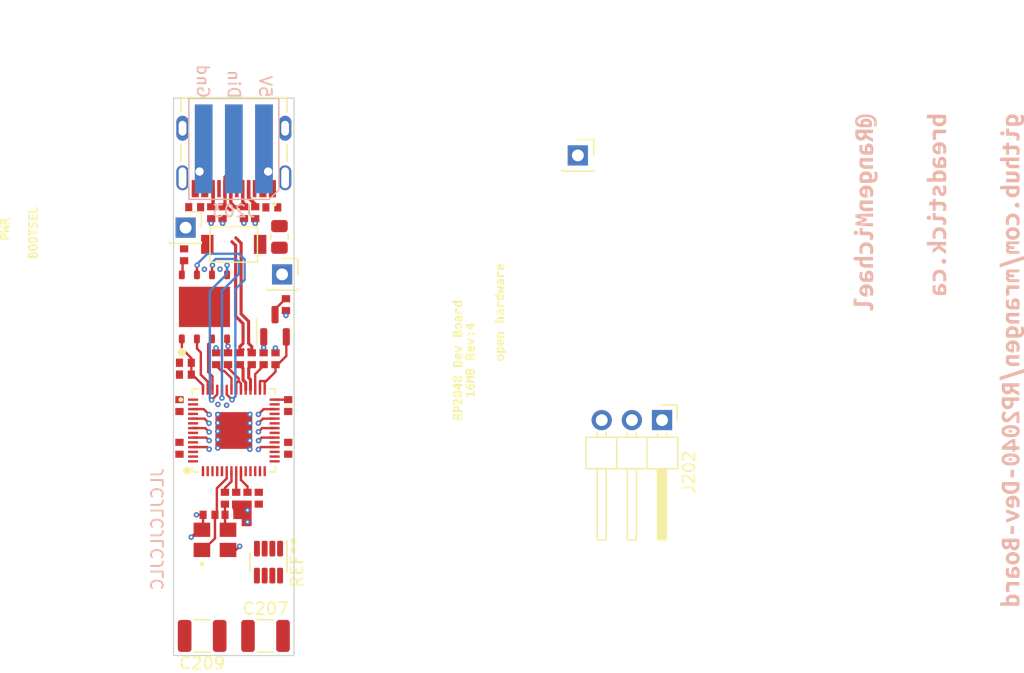
<source format=kicad_pcb>
(kicad_pcb (version 20211014) (generator pcbnew)
  (title_block (title "RP2040 Template") (date "2022-05-18") (rev "4") (company "J & R Creative Technologies Inc.") (comment 1 "@RangenMichael") (comment 2 "https://twitter.com/RangenMichael") (comment 3 "MIT License") (comment 4 "https://github.com/mrangen/RP2040-Dev-Board"))
  (layers (0 "F.Cu" signal) (1 "In1.Cu" power) (2 "In2.Cu" power) (31 "B.Cu" signal) (34 "B.Paste" user) (35 "F.Paste" user) (36 "B.SilkS" user "B.Silkscreen") (37 "F.SilkS" user "F.Silkscreen") (38 "B.Mask" user) (39 "F.Mask" user) (44 "Edge.Cuts" user))
  (net 0 "")
  (net 1 "GND")
  (net 2 "+1V1")
  (net 3 "Net-(C203-Pad1)")
  (net 4 "Net-(C206-Pad1)")
  (net 5 "/RP2040/MCU_USB_D-")
  (net 6 "/RP2040/MCU_USB_D+")
  (net 7 "/RP2040/CC1")
  (net 8 "/RP2040/USB_D+")
  (net 9 "/RP2040/USB_D-")
  (net 11 "/RP2040/CC2")
  (net 13 "Net-(J201-PadS1)")
  (net 14 "Net-(R201-Pad2)")
  (net 15 "Net-(R211-Pad1)")
  (net 16 "/RP2040/MCU_QSPI_CSN")
  (net 17 "GPIO1")
  (net 18 "GPIO2")
  (net 19 "GPIO3")
  (net 20 "GPIO4")
  (net 21 "GPIO5")
  (net 22 "GPIO6")
  (net 23 "GPIO7")
  (net 24 "GPIO8")
  (net 25 "GPIO9")
  (net 26 "GPIO10")
  (net 27 "GPIO11")
  (net 28 "GPIO12")
  (net 29 "GPIO13")
  (net 30 "GPIO14")
  (net 32 "SWCLK")
  (net 33 "SWD")
  (net 34 "GPIO16")
  (net 35 "GPIO17")
  (net 36 "GPIO18")
  (net 37 "GPIO19")
  (net 38 "GPIO20")
  (net 39 "GPIO21")
  (net 40 "GPIO22")
  (net 41 "GPIO23")
  (net 42 "GPIO24")
  (net 43 "GPIO25")
  (net 44 "GPIO26{slash}ADC0")
  (net 45 "GPIO27{slash}ADC1")
  (net 46 "GPIO28{slash}ADC2")
  (net 47 "GPIO29{slash}ADC3")
  (net 48 "/RP2040/MCU_QSPI_SD3")
  (net 49 "/RP2040/MCU_QSPI_SCLK")
  (net 50 "/RP2040/MCU_QSPI_SD0")
  (net 51 "/RP2040/MCU_QSPI_SD2")
  (net 52 "/RP2040/MCU_QSPI_SD1")
  (net 53 "3V3_LDO")
  (net 54 "GPIO0")
  (net 57 "VBUS")
  (net 58 "Net-(D205-Pad2)")
  (footprint "kibuzzard-628425F6" (layer "F.Cu") (at 165.72 48.86 90)
    (fp_text reference "kibuzzard-628425F6" hide)
    (fp_text value "G***" hide)
  )
  (footprint "Breadstick Footprints:Perfect_0402_Cap" (layer "F.Cu") (at 151.49 56.28 180)
    (fp_text reference "C213")
    (fp_text value "10uF")
    (pad "1" smd rect (at 0 0.5 180) (size 0.7 0.6) (layers "F.Cu" "F.Paste" "F.Mask") (net 53 "3V3_LDO"))
    (pad "2" smd rect (at 0 -0.5 180) (size 0.7 0.6) (layers "F.Cu" "F.Paste" "F.Mask") (net 1 "GND"))
  )
  (footprint "Breadstick Footprints:Perfect_0402_Cap" (layer "F.Cu") (at 142.33 56.28 180)
    (fp_text reference "C215")
    (fp_text value "10uF")
    (pad "1" smd rect (at 0 0.5 180) (size 0.7 0.6) (layers "F.Cu" "F.Paste" "F.Mask") (net 53 "3V3_LDO"))
    (pad "2" smd rect (at 0 -0.5 180) (size 0.7 0.6) (layers "F.Cu" "F.Paste" "F.Mask") (net 1 "GND"))
  )
  (footprint "Breadstick Footprints:Perfect_0402_Cap" (layer "F.Cu") (at 146.67 61.89 -90)
    (fp_text reference "C206")
    (fp_text value "30pF")
    (pad "1" smd rect (at 0 0.5 270) (size 0.7 0.6) (layers "F.Cu" "F.Paste" "F.Mask") (net 4 "Net-(C206-Pad1)"))
    (pad "2" smd rect (at 0 -0.5 270) (size 0.7 0.6) (layers "F.Cu" "F.Paste" "F.Mask") (net 1 "GND"))
  )
  (footprint "Breadstick Footprints:Perfect_0402_Cap" (layer "F.Cu") (at 150.42 48.73)
    (fp_text reference "C204")
    (fp_text value "10uF")
    (pad "1" smd rect (at 0 0.5) (size 0.7 0.6) (layers "F.Cu" "F.Paste" "F.Mask") (net 53 "3V3_LDO"))
    (pad "2" smd rect (at 0 -0.5) (size 0.7 0.6) (layers "F.Cu" "F.Paste" "F.Mask") (net 1 "GND"))
  )
  (footprint "kibuzzard-62842605" (layer "F.Cu") (at 166.81 48.86 90)
    (fp_text reference "kibuzzard-62842605" hide)
    (fp_text value "G***" hide)
  )
  (footprint "Breadstick Footprints:Perfect_0402_Cap" (layer "F.Cu") (at 147.11 60.49 180)
    (fp_text reference "C218")
    (fp_text value "10uF")
    (pad "1" smd rect (at 0 0.5 180) (size 0.7 0.6) (layers "F.Cu" "F.Paste" "F.Mask") (net 53 "3V3_LDO"))
    (pad "2" smd rect (at 0 -0.5 180) (size 0.7 0.6) (layers "F.Cu" "F.Paste" "F.Mask") (net 1 "GND"))
  )
  (footprint "kibuzzard-62842635" (layer "F.Cu") (at 127.61 37.77 90)
    (fp_text reference "kibuzzard-62842635" hide)
    (fp_text value "G***" hide)
  )
  (footprint "Breadstick Footprints:Perfect_0402_Cap" (layer "F.Cu") (at 144.82 61.89 90)
    (fp_text reference "C203")
    (fp_text value "30pF")
    (pad "1" smd rect (at 0 0.5 90) (size 0.7 0.6) (layers "F.Cu" "F.Paste" "F.Mask") (net 3 "Net-(C203-Pad1)"))
    (pad "2" smd rect (at 0 -0.5 90) (size 0.7 0.6) (layers "F.Cu" "F.Paste" "F.Mask") (net 1 "GND"))
  )
  (footprint "Connector_PinHeader_2.54mm:PinHeader_1x03_P2.54mm_Horizontal" (layer "F.Cu") (at 182.98 53.906 -90)
    (fp_text reference "J202" (at 4.385 -2.27 90) (layer "F.SilkS"))
    (fp_text value "Conn_01x03")
    (pad "1" thru_hole rect locked (at 0 0 270) (size 1.7 1.7) (drill 1) (layers *.Cu *.Mask) (net 33 "SWD"))
    (pad "2" thru_hole oval locked (at 0 2.54 270) (size 1.7 1.7) (drill 1) (layers *.Cu *.Mask) (net 1 "GND"))
    (pad "3" thru_hole oval locked (at 0 5.08 270) (size 1.7 1.7) (drill 1) (layers *.Cu *.Mask) (net 32 "SWCLK"))
  )
  (footprint "Breadstick Footprints:Perfect_0402_Cap" (layer "F.Cu") (at 145.42 48.73)
    (fp_text reference "C208")
    (fp_text value "10uF")
    (pad "1" smd rect (at 0 0.5) (size 0.7 0.6) (layers "F.Cu" "F.Paste" "F.Mask") (net 2 "+1V1"))
    (pad "2" smd rect (at 0 -0.5) (size 0.7 0.6) (layers "F.Cu" "F.Paste" "F.Mask") (net 1 "GND"))
  )
  (footprint "Breadstick Footprints:Perfect_0402_Cap" (layer "F.Cu") (at 149.42 48.73)
    (fp_text reference "C205")
    (fp_text value "10uF")
    (pad "1" smd rect (at 0 0.5) (size 0.7 0.6) (layers "F.Cu" "F.Paste" "F.Mask") (net 2 "+1V1"))
    (pad "2" smd rect (at 0 -0.5) (size 0.7 0.6) (layers "F.Cu" "F.Paste" "F.Mask") (net 1 "GND"))
  )
  (footprint "Package_TO_SOT_SMD:SOT-23" (layer "F.Cu") (at 150.38 45.95 90)
    (fp_text reference "U201" hide)
    (fp_text value "XC6206P332MR")
    (pad "1" smd roundrect (at -0.9375 -0.95 90) (size 1.475 0.6) (layers "F.Cu" "F.Paste" "F.Mask") (net 1 "GND"))
    (pad "2" smd roundrect (at -0.9375 0.95 90) (size 1.475 0.6) (layers "F.Cu" "F.Paste" "F.Mask") (net 53 "3V3_LDO"))
    (pad "3" smd roundrect (at 0.9375 0 90) (size 1.475 0.6) (layers "F.Cu" "F.Paste" "F.Mask") (net 57 "VBUS"))
  )
  (footprint "Breadstick Footprints:Perfect_0402_Cap" (layer "F.Cu") (at 149.01 60.49 180)
    (fp_text reference "C221")
    (fp_text value "10uF")
    (pad "1" smd rect (at 0 0.5 180) (size 0.7 0.6) (layers "F.Cu" "F.Paste" "F.Mask") (net 53 "3V3_LDO"))
    (pad "2" smd rect (at 0 -0.5 180) (size 0.7 0.6) (layers "F.Cu" "F.Paste" "F.Mask") (net 1 "GND"))
  )
  (footprint "Package_SON:WSON-8-1EP_6x5mm_P1.27mm_EP3.4x4.3mm" (layer "F.Cu") (at 144.435 44.36 90)
    (fp_text reference "U205" hide)
    (fp_text value "W25Q128JVPIQ")
    (pad "1" smd roundrect (at -2.7 -1.905 90) (size 0.75 0.5) (layers "F.Cu" "F.Paste" "F.Mask") (net 16 "/RP2040/MCU_QSPI_CSN"))
    (pad "2" smd roundrect (at -2.7 -0.635 90) (size 0.75 0.5) (layers "F.Cu" "F.Paste" "F.Mask") (net 52 "/RP2040/MCU_QSPI_SD1"))
    (pad "3" smd roundrect (at -2.7 0.635 90) (size 0.75 0.5) (layers "F.Cu" "F.Paste" "F.Mask") (net 51 "/RP2040/MCU_QSPI_SD2"))
    (pad "4" smd roundrect (at -2.7 1.905 90) (size 0.75 0.5) (layers "F.Cu" "F.Paste" "F.Mask") (net 1 "GND"))
    (pad "5" smd roundrect (at 2.7 1.905 90) (size 0.75 0.5) (layers "F.Cu" "F.Paste" "F.Mask") (net 50 "/RP2040/MCU_QSPI_SD0"))
    (pad "6" smd roundrect (at 2.7 0.635 90) (size 0.75 0.5) (layers "F.Cu" "F.Paste" "F.Mask") (net 49 "/RP2040/MCU_QSPI_SCLK"))
    (pad "7" smd roundrect (at 2.7 -0.635 90) (size 0.75 0.5) (layers "F.Cu" "F.Paste" "F.Mask") (net 48 "/RP2040/MCU_QSPI_SD3"))
    (pad "8" smd roundrect (at 2.7 -1.905 90) (size 0.75 0.5) (layers "F.Cu" "F.Paste" "F.Mask") (net 53 "3V3_LDO"))
    (pad "9" smd rect (at 0 0 90) (size 3.4 4.3) (layers "F.Cu" "F.Mask") (net 1 "GND"))
  )
  (footprint "TYPE-C-31-M-12:HRO_TYPE-C-31-M-12" (layer "F.Cu") (at 146.91 29.3 180)
    (fp_text reference "J201")
    (fp_text value "TYPE-C-31-M-12")
    (pad "" np_thru_hole circle (at 2.89 -3.65 180) (size 0.7 0.7) (drill 0.7) (layers *.Cu *.Mask))
    (pad "" np_thru_hole circle (at -2.89 -3.65 180) (size 0.7 0.7) (drill 0.7) (layers *.Cu *.Mask))
    (pad "A1B12" smd rect (at -3.25 -5.095 180) (size 0.6 1.45) (layers "F.Cu" "F.Paste" "F.Mask") (net 1 "GND"))
    (pad "A4B9" smd rect (at -2.45 -5.095 180) (size 0.6 1.45) (layers "F.Cu" "F.Paste" "F.Mask") (net 58 "Net-(D205-Pad2)"))
    (pad "A5" smd rect (at -1.25 -5.095 180) (size 0.3 1.45) (layers "F.Cu" "F.Paste" "F.Mask") (net 7 "/RP2040/CC1"))
    (pad "A6" smd rect (at -0.25 -5.095 180) (size 0.3 1.45) (layers "F.Cu" "F.Paste" "F.Mask") (net 8 "/RP2040/USB_D+"))
    (pad "A7" smd rect (at 0.25 -5.095 180) (size 0.3 1.45) (layers "F.Cu" "F.Paste" "F.Mask") (net 9 "/RP2040/USB_D-"))
    (pad "A8" smd rect (at 1.25 -5.095 180) (size 0.3 1.45) (layers "F.Cu" "F.Paste" "F.Mask"))
    (pad "B1A12" smd rect (at 3.25 -5.095 180) (size 0.6 1.45) (layers "F.Cu" "F.Paste" "F.Mask") (net 1 "GND"))
    (pad "B4A9" smd rect (at 2.45 -5.095 180) (size 0.6 1.45) (layers "F.Cu" "F.Paste" "F.Mask") (net 58 "Net-(D205-Pad2)"))
    (pad "B5" smd rect (at 1.75 -5.095 180) (size 0.3 1.45) (layers "F.Cu" "F.Paste" "F.Mask") (net 11 "/RP2040/CC2"))
    (pad "B6" smd rect (at 0.75 -5.095 180) (size 0.3 1.45) (layers "F.Cu" "F.Paste" "F.Mask") (net 8 "/RP2040/USB_D+"))
    (pad "B7" smd rect (at -0.75 -5.095 180) (size 0.3 1.45) (layers "F.Cu" "F.Paste" "F.Mask") (net 9 "/RP2040/USB_D-"))
    (pad "B8" smd rect (at -1.75 -5.095 180) (size 0.3 1.45) (layers "F.Cu" "F.Paste" "F.Mask"))
    (pad "S1" thru_hole oval (at -4.32 -4.18 180) (size 1.05 2.1) (drill oval 0.65 1.75) (layers *.Cu *.Mask) (net 13 "Net-(J201-PadS1)"))
    (pad "S2" thru_hole oval (at 4.32 -4.18 180) (size 1.05 2.1) (drill oval 0.65 1.75) (layers *.Cu *.Mask) (net 13 "Net-(J201-PadS1)"))
    (pad "S3" thru_hole oval (at -4.32 0 180) (size 1.05 2.1) (drill oval 0.65 1.25) (layers *.Cu *.Mask) (net 13 "Net-(J201-PadS1)"))
    (pad "S4" thru_hole oval (at 4.32 0 180) (size 1.05 2.1) (drill oval 0.65 1.25) (layers *.Cu *.Mask) (net 13 "Net-(J201-PadS1)"))
  )
  (footprint "Breadstick Footprints:Perfect_0402_Resistor" (layer "F.Cu") (at 143.61 35.96 -90)
    (fp_text reference "D205")
    (fp_text value "ESD_TVS")
    (pad "1" smd rect (at 0 0.5 270) (size 0.7 0.6) (layers "F.Cu" "F.Paste" "F.Mask") (net 1 "GND"))
    (pad "2" smd rect (at 0 -0.5 270) (size 0.7 0.6) (layers "F.Cu" "F.Paste" "F.Mask") (net 58 "Net-(D205-Pad2)"))
  )
  (footprint "RP2040:QFN40P700X700X90-57N" (layer "F.Cu") (at 146.91 54.78)
    (fp_text reference "U202")
    (fp_text value "RP2040")
    (pad "1" smd roundrect (at -3.435 -2.6) (size 0.84 0.2) (layers "F.Cu" "F.Paste" "F.Mask") (roundrect_rratio 0.03) (net 53 "3V3_LDO"))
    (pad "2" smd roundrect (at -3.435 -2.2) (size 0.84 0.2) (layers "F.Cu" "F.Paste" "F.Mask") (roundrect_rratio 0.03) (net 54 "GPIO0"))
    (pad "3" smd roundrect (at -3.435 -1.8) (size 0.84 0.2) (layers "F.Cu" "F.Paste" "F.Mask") (roundrect_rratio 0.03) (net 17 "GPIO1"))
    (pad "4" smd roundrect (at -3.435 -1.4) (size 0.84 0.2) (layers "F.Cu" "F.Paste" "F.Mask") (roundrect_rratio 0.03) (net 18 "GPIO2"))
    (pad "5" smd roundrect (at -3.435 -1) (size 0.84 0.2) (layers "F.Cu" "F.Paste" "F.Mask") (roundrect_rratio 0.03) (net 19 "GPIO3"))
    (pad "6" smd roundrect (at -3.435 -0.6) (size 0.84 0.2) (layers "F.Cu" "F.Paste" "F.Mask") (roundrect_rratio 0.03) (net 20 "GPIO4"))
    (pad "7" smd roundrect (at -3.435 -0.2) (size 0.84 0.2) (layers "F.Cu" "F.Paste" "F.Mask") (roundrect_rratio 0.03) (net 21 "GPIO5"))
    (pad "8" smd roundrect (at -3.435 0.2) (size 0.84 0.2) (layers "F.Cu" "F.Paste" "F.Mask") (roundrect_rratio 0.03) (net 22 "GPIO6"))
    (pad "9" smd roundrect (at -3.435 0.6) (size 0.84 0.2) (layers "F.Cu" "F.Paste" "F.Mask") (roundrect_rratio 0.03) (net 23 "GPIO7"))
    (pad "10" smd roundrect (at -3.435 1) (size 0.84 0.2) (layers "F.Cu" "F.Paste" "F.Mask") (roundrect_rratio 0.03) (net 53 "3V3_LDO"))
    (pad "11" smd roundrect (at -3.435 1.4) (size 0.84 0.2) (layers "F.Cu" "F.Paste" "F.Mask") (roundrect_rratio 0.03) (net 24 "GPIO8"))
    (pad "12" smd roundrect (at -3.435 1.8) (size 0.84 0.2) (layers "F.Cu" "F.Paste" "F.Mask") (roundrect_rratio 0.03) (net 25 "GPIO9"))
    (pad "13" smd roundrect (at -3.435 2.2) (size 0.84 0.2) (layers "F.Cu" "F.Paste" "F.Mask") (roundrect_rratio 0.03) (net 26 "GPIO10"))
    (pad "14" smd roundrect (at -3.435 2.6) (size 0.84 0.2) (layers "F.Cu" "F.Paste" "F.Mask") (roundrect_rratio 0.03) (net 27 "GPIO11"))
    (pad "15" smd roundrect (at -2.6 3.435) (size 0.2 0.84) (layers "F.Cu" "F.Paste" "F.Mask") (roundrect_rratio 0.1) (net 28 "GPIO12"))
    (pad "16" smd roundrect (at -2.2 3.435) (size 0.2 0.84) (layers "F.Cu" "F.Paste" "F.Mask") (roundrect_rratio 0.1) (net 29 "GPIO13"))
    (pad "17" smd roundrect (at -1.8 3.435) (size 0.2 0.84) (layers "F.Cu" "F.Paste" "F.Mask") (roundrect_rratio 0.1) (net 30 "GPIO14"))
    (pad "18" smd roundrect (at -1.4 3.435) (size 0.2 0.84) (layers "F.Cu" "F.Paste" "F.Mask") (roundrect_rratio 0.1))
    (pad "19" smd roundrect (at -1 3.435) (size 0.2 0.84) (layers "F.Cu" "F.Paste" "F.Mask") (roundrect_rratio 0.1) (net 1 "GND"))
    (pad "20" smd roundrect (at -0.6 3.435) (size 0.2 0.84) (layers "F.Cu" "F.Paste" "F.Mask") (roundrect_rratio 0.1) (net 3 "Net-(C203-Pad1)"))
    (pad "21" smd roundrect (at -0.2 3.435) (size 0.2 0.84) (layers "F.Cu" "F.Paste" "F.Mask") (roundrect_rratio 0.1) (net 14 "Net-(R201-Pad2)"))
    (pad "22" smd roundrect (at 0.2 3.435) (size 0.2 0.84) (layers "F.Cu" "F.Paste" "F.Mask") (roundrect_rratio 0.1) (net 53 "3V3_LDO"))
    (pad "23" smd roundrect (at 0.6 3.435) (size 0.2 0.84) (layers "F.Cu" "F.Paste" "F.Mask") (roundrect_rratio 0.1) (net 2 "+1V1"))
    (pad "24" smd roundrect (at 1 3.435) (size 0.2 0.84) (layers "F.Cu" "F.Paste" "F.Mask") (roundrect_rratio 0.1) (net 32 "SWCLK"))
    (pad "25" smd roundrect (at 1.4 3.435) (size 0.2 0.84) (layers "F.Cu" "F.Paste" "F.Mask") (roundrect_rratio 0.1) (net 33 "SWD"))
    (pad "26" smd roundrect (at 1.8 3.435) (size 0.2 0.84) (layers "F.Cu" "F.Paste" "F.Mask") (roundrect_rratio 0.1) (net 53 "3V3_LDO"))
    (pad "27" smd roundrect (at 2.2 3.435) (size 0.2 0.84) (layers "F.Cu" "F.Paste" "F.Mask") (roundrect_rratio 0.1) (net 34 "GPIO16"))
    (pad "28" smd roundrect (at 2.6 3.435) (size 0.2 0.84) (layers "F.Cu" "F.Paste" "F.Mask") (roundrect_rratio 0.1) (net 35 "GPIO17"))
    (pad "29" smd roundrect (at 3.435 2.6) (size 0.84 0.2) (layers "F.Cu" "F.Paste" "F.Mask") (roundrect_rratio 0.03) (net 36 "GPIO18"))
    (pad "30" smd roundrect (at 3.435 2.2) (size 0.84 0.2) (layers "F.Cu" "F.Paste" "F.Mask") (roundrect_rratio 0.03) (net 37 "GPIO19"))
    (pad "31" smd roundrect (at 3.435 1.8) (size 0.84 0.2) (layers "F.Cu" "F.Paste" "F.Mask") (roundrect_rratio 0.03) (net 38 "GPIO20"))
    (pad "32" smd roundrect (at 3.435 1.4) (size 0.84 0.2) (layers "F.Cu" "F.Paste" "F.Mask") (roundrect_rratio 0.03) (net 39 "GPIO21"))
    (pad "33" smd roundrect (at 3.435 1) (size 0.84 0.2) (layers "F.Cu" "F.Paste" "F.Mask") (roundrect_rratio 0.03) (net 53 "3V3_LDO"))
    (pad "34" smd roundrect (at 3.435 0.6) (size 0.84 0.2) (layers "F.Cu" "F.Paste" "F.Mask") (roundrect_rratio 0.03) (net 40 "GPIO22"))
    (pad "35" smd roundrect (at 3.435 0.2) (size 0.84 0.2) (layers "F.Cu" "F.Paste" "F.Mask") (roundrect_rratio 0.03) (net 41 "GPIO23"))
    (pad "36" smd roundrect (at 3.435 -0.2) (size 0.84 0.2) (layers "F.Cu" "F.Paste" "F.Mask") (roundrect_rratio 0.03) (net 42 "GPIO24"))
    (pad "37" smd roundrect (at 3.435 -0.6) (size 0.84 0.2) (layers "F.Cu" "F.Paste" "F.Mask") (roundrect_rratio 0.03) (net 43 "GPIO25"))
    (pad "38" smd roundrect (at 3.435 -1) (size 0.84 0.2) (layers "F.Cu" "F.Paste" "F.Mask") (roundrect_rratio 0.03) (net 44 "GPIO26{slash}ADC0"))
    (pad "39" smd roundrect (at 3.435 -1.4) (size 0.84 0.2) (layers "F.Cu" "F.Paste" "F.Mask") (roundrect_rratio 0.03) (net 45 "GPIO27{slash}ADC1"))
    (pad "40" smd roundrect (at 3.435 -1.8) (size 0.84 0.2) (layers "F.Cu" "F.Paste" "F.Mask") (roundrect_rratio 0.03) (net 46 "GPIO28{slash}ADC2"))
    (pad "41" smd roundrect (at 3.435 -2.2) (size 0.84 0.2) (layers "F.Cu" "F.Paste" "F.Mask") (roundrect_rratio 0.03) (net 47 "GPIO29{slash}ADC3"))
    (pad "42" smd roundrect (at 3.435 -2.6) (size 0.84 0.2) (layers "F.Cu" "F.Paste" "F.Mask") (roundrect_rratio 0.03) (net 53 "3V3_LDO"))
    (pad "43" smd roundrect (at 2.6 -3.435) (size 0.2 0.84) (layers "F.Cu" "F.Paste" "F.Mask") (roundrect_rratio 0.1) (net 53 "3V3_LDO"))
    (pad "44" smd roundrect (at 2.2 -3.435) (size 0.2 0.84) (layers "F.Cu" "F.Paste" "F.Mask") (roundrect_rratio 0.1) (net 53 "3V3_LDO"))
    (pad "45" smd roundrect (at 1.8 -3.435) (size 0.2 0.84) (layers "F.Cu" "F.Paste" "F.Mask") (roundrect_rratio 0.1) (net 2 "+1V1"))
    (pad "46" smd roundrect (at 1.4 -3.435) (size 0.2 0.84) (layers "F.Cu" "F.Paste" "F.Mask") (roundrect_rratio 0.1) (net 5 "/RP2040/MCU_USB_D-"))
    (pad "47" smd roundrect (at 1 -3.435) (size 0.2 0.84) (layers "F.Cu" "F.Paste" "F.Mask") (roundrect_rratio 0.1) (net 6 "/RP2040/MCU_USB_D+"))
    (pad "48" smd roundrect (at 0.6 -3.435) (size 0.2 0.84) (layers "F.Cu" "F.Paste" "F.Mask") (roundrect_rratio 0.1) (net 53 "3V3_LDO"))
    (pad "49" smd roundrect (at 0.2 -3.435) (size 0.2 0.84) (layers "F.Cu" "F.Paste" "F.Mask") (roundrect_rratio 0.1) (net 53 "3V3_LDO"))
    (pad "50" smd roundrect (at -0.2 -3.435) (size 0.2 0.84) (layers "F.Cu" "F.Paste" "F.Mask") (roundrect_rratio 0.1) (net 2 "+1V1"))
    (pad "51" smd roundrect (at -0.6 -3.435) (size 0.2 0.84) (layers "F.Cu" "F.Paste" "F.Mask") (roundrect_rratio 0.1) (net 48 "/RP2040/MCU_QSPI_SD3"))
    (pad "52" smd roundrect (at -1 -3.435) (size 0.2 0.84) (layers "F.Cu" "F.Paste" "F.Mask") (roundrect_rratio 0.1) (net 49 "/RP2040/MCU_QSPI_SCLK"))
    (pad "53" smd roundrect (at -1.4 -3.435) (size 0.2 0.84) (layers "F.Cu" "F.Paste" "F.Mask") (roundrect_rratio 0.1) (net 50 "/RP2040/MCU_QSPI_SD0"))
    (pad "54" smd roundrect (at -1.8 -3.435) (size 0.2 0.84) (layers "F.Cu" "F.Paste" "F.Mask") (roundrect_rratio 0.1) (net 51 "/RP2040/MCU_QSPI_SD2"))
    (pad "55" smd roundrect (at -2.2 -3.435) (size 0.2 0.84) (layers "F.Cu" "F.Paste" "F.Mask") (roundrect_rratio 0.1) (net 52 "/RP2040/MCU_QSPI_SD1"))
    (pad "56" smd roundrect (at -2.6 -3.435) (size 0.2 0.84) (layers "F.Cu" "F.Paste" "F.Mask") (roundrect_rratio 0.1) (net 16 "/RP2040/MCU_QSPI_CSN"))
    (pad "57" smd rect (at 0 0) (size 3.1 3.1) (layers "F.Cu" "F.Mask") (net 1 "GND"))
  )
  (footprint "Breadstick Footprints:Perfect_0402_Cap" (layer "F.Cu") (at 151.49 52.68 180)
    (fp_text reference "C216")
    (fp_text value "10uF")
    (pad "1" smd rect (at 0 0.5 180) (size 0.7 0.6) (layers "F.Cu" "F.Paste" "F.Mask") (net 53 "3V3_LDO"))
    (pad "2" smd rect (at 0 -0.5 180) (size 0.7 0.6) (layers "F.Cu" "F.Paste" "F.Mask") (net 1 "GND"))
  )
  (footprint "Connector_PinSocket_2.54mm:PinSocket_1x01_P2.54mm_Vertical" (layer "F.Cu") (at 142.846 37.682)
    (fp_text reference "J206" hide)
    (fp_text value "GND")
    (pad "1" thru_hole rect locked (at 0 0) (size 1.7 1.7) (drill 1) (layers *.Cu *.Mask) (net 1 "GND"))
  )
  (footprint "Capacitor_SMD:C_1210_3225Metric" (layer "F.Cu") (at 144.243 72.099 180)
    (fp_text reference "C209" (at 0 -2.3) (layer "F.SilkS"))
    (fp_text value "220uF")
    (pad "1" smd roundrect locked (at -1.475 0 180) (size 1.15 2.7) (layers "F.Cu" "F.Paste" "F.Mask") (roundrect_rratio 0.217391) (net 57 "VBUS"))
    (pad "2" smd roundrect locked (at 1.475 0 180) (size 1.15 2.7) (layers "F.Cu" "F.Paste" "F.Mask") (roundrect_rratio 0.217391) (net 1 "GND"))
  )
  (footprint "X322516MLB4SI:OSC_X322516MLB4SI" (layer "F.Cu") (at 145.32 64 90)
    (fp_text reference "Y201" hide)
    (fp_text value "Crystal_GND24")
    (pad "1" smd rect locked (at -0.85 -1.1 90) (size 1.2 1.4) (layers "F.Cu" "F.Paste" "F.Mask") (net 3 "Net-(C203-Pad1)"))
    (pad "2" smd rect locked (at -0.85 1.1 90) (size 1.2 1.4) (layers "F.Cu" "F.Paste" "F.Mask") (net 1 "GND"))
    (pad "3" smd rect locked (at 0.85 1.1 90) (size 1.2 1.4) (layers "F.Cu" "F.Paste" "F.Mask") (net 4 "Net-(C206-Pad1)"))
    (pad "4" smd rect locked (at 0.85 -1.1 90) (size 1.2 1.4) (layers "F.Cu" "F.Paste" "F.Mask") (net 1 "GND"))
  )
  (footprint "kibuzzard-62842613" (layer "F.Cu") (at 169.34 44.82 90)
    (fp_text reference "kibuzzard-62842613" hide)
    (fp_text value "G***" hide)
  )
  (footprint "Breadstick Footprints:Perfect_0402_Resistor" (layer "F.Cu") (at 148.71 36.42)
    (fp_text reference "R212")
    (fp_text value "5k1")
    (pad "1" smd rect (at 0 0.5) (size 0.7 0.6) (layers "F.Cu" "F.Paste" "F.Mask") (net 1 "GND"))
    (pad "2" smd rect (at 0 -0.5) (size 0.7 0.6) (layers "F.Cu" "F.Paste" "F.Mask") (net 7 "/RP2040/CC1"))
  )
  (footprint "Breadstick Footprints:Perfect_0402_Resistor" (layer "F.Cu") (at 142.83 50.07 90)
    (fp_text reference "R213")
    (fp_text value "10k")
    (pad "1" smd rect (at 0 0.5 90) (size 0.7 0.6) (layers "F.Cu" "F.Paste" "F.Mask") (net 16 "/RP2040/MCU_QSPI_CSN"))
    (pad "2" smd rect (at 0 -0.5 90) (size 0.7 0.6) (layers "F.Cu" "F.Paste" "F.Mask") (net 53 "3V3_LDO"))
  )
  (footprint "Breadstick Footprints:GT-TC029B-H025-L1N" (layer "F.Cu") (at 146.9 39.09 90)
    (fp_text reference "SW202")
    (fp_text value "~{USB_BOOT}")
    (pad "1" smd rect (at 0 2.225 90) (size 1.6 1.05) (layers "F.Cu" "F.Paste" "F.Mask") (net 1 "GND"))
    (pad "2" smd rect (at 0 -2.225 90) (size 1.6 1.05) (layers "F.Cu" "F.Paste" "F.Mask") (net 15 "Net-(R211-Pad1)"))
  )
  (footprint "Breadstick Footprints:Perfect_0402_Cap" (layer "F.Cu") (at 146.42 48.73)
    (fp_text reference "C219")
    (fp_text value "10uF")
    (pad "1" smd rect (at 0 0.5) (size 0.7 0.6) (layers "F.Cu" "F.Paste" "F.Mask") (net 53 "3V3_LDO"))
    (pad "2" smd rect (at 0 -0.5) (size 0.7 0.6) (layers "F.Cu" "F.Paste" "F.Mask") (net 1 "GND"))
  )
  (footprint "Breadstick Footprints:Perfect_0402_Resistor" (layer "F.Cu") (at 147.42 48.73)
    (fp_text reference "R204")
    (fp_text value "27")
    (pad "1" smd rect (at 0 0.5) (size 0.7 0.6) (layers "F.Cu" "F.Paste" "F.Mask") (net 6 "/RP2040/MCU_USB_D+"))
    (pad "2" smd rect (at 0 -0.5) (size 0.7 0.6) (layers "F.Cu" "F.Paste" "F.Mask") (net 8 "/RP2040/USB_D+"))
  )
  (footprint "Breadstick Footprints:Perfect_0402_Resistor" (layer "F.Cu") (at 145.005 36.42 180)
    (fp_text reference "R214")
    (fp_text value "5k1")
    (pad "1" smd rect (at 0 0.5 180) (size 0.7 0.6) (layers "F.Cu" "F.Paste" "F.Mask") (net 11 "/RP2040/CC2"))
    (pad "2" smd rect (at 0 -0.5 180) (size 0.7 0.6) (layers "F.Cu" "F.Paste" "F.Mask") (net 1 "GND"))
  )
  (footprint "Breadstick Footprints:Perfect_0402_Resistor" (layer "F.Cu") (at 142.83 49.07 -90)
    (fp_text reference "R211")
    (fp_text value "1k")
    (pad "1" smd rect (at 0 0.5 270) (size 0.7 0.6) (layers "F.Cu" "F.Paste" "F.Mask") (net 15 "Net-(R211-Pad1)"))
    (pad "2" smd rect (at 0 -0.5 270) (size 0.7 0.6) (layers "F.Cu" "F.Paste" "F.Mask") (net 16 "/RP2040/MCU_QSPI_CSN"))
  )
  (footprint "Connector_PinSocket_2.54mm:PinSocket_1x01_P2.54mm_Vertical" (layer "F.Cu") (at 150.974 41.619)
    (fp_text reference "J204" hide)
    (fp_text value "5V")
    (pad "1" thru_hole rect locked (at 0 0) (size 1.7 1.7) (drill 1) (layers *.Cu *.Mask) (net 57 "VBUS"))
  )
  (footprint "Breadstick Footprints:Perfect_0402_Cap" (layer "F.Cu") (at 151.3 44.17 180)
    (fp_text reference "C201")
    (fp_text value "10uF")
    (pad "1" smd rect (at 0 0.5 180) (size 0.7 0.6) (layers "F.Cu" "F.Paste" "F.Mask") (net 57 "VBUS"))
    (pad "2" smd rect (at 0 -0.5 180) (size 0.7 0.6) (layers "F.Cu" "F.Paste" "F.Mask") (net 1 "GND"))
  )
  (footprint "Breadstick Footprints:Perfect_0402_Cap" (layer "F.Cu") (at 142.33 52.68 180)
    (fp_text reference "C212")
    (fp_text value "10uF")
    (pad "1" smd rect (at 0 0.5 180) (size 0.7 0.6) (layers "F.Cu" "F.Paste" "F.Mask") (net 53 "3V3_LDO"))
    (pad "2" smd rect (at 0 -0.5 180) (size 0.7 0.6) (layers "F.Cu" "F.Paste" "F.Mask") (net 1 "GND"))
  )
  (footprint "Breadstick Footprints:Perfect_0402_Resistor" (layer "F.Cu") (at 147.76 36.42)
    (fp_text reference "D202")
    (fp_text value "ESD_TVS")
    (pad "1" smd rect (at 0 0.5) (size 0.7 0.6) (layers "F.Cu" "F.Paste" "F.Mask") (net 1 "GND"))
    (pad "2" smd rect (at 0 -0.5) (size 0.7 0.6) (layers "F.Cu" "F.Paste" "F.Mask") (net 9 "/RP2040/USB_D-"))
  )
  (footprint "Package_TO_SOT_SMD:SOT-23-8" (layer "F.Cu") (at 149.831 65.876 -90)
    (fp_text reference "REF**" (at 0 -2.4 90) (layer "F.SilkS"))
    (fp_text value "SOT-23-8")
    (pad "1" smd roundrect locked (at -1.1375 -0.975 270) (size 1.325 0.5) (layers "F.Cu" "F.Paste" "F.Mask"))
    (pad "2" smd roundrect locked (at -1.1375 -0.325 270) (size 1.325 0.5) (layers "F.Cu" "F.Paste" "F.Mask"))
    (pad "3" smd roundrect locked (at -1.1375 0.325 270) (size 1.325 0.5) (layers "F.Cu" "F.Paste" "F.Mask"))
    (pad "4" smd roundrect locked (at -1.1375 0.975 270) (size 1.325 0.5) (layers "F.Cu" "F.Paste" "F.Mask"))
    (pad "5" smd roundrect locked (at 1.1375 0.975 270) (size 1.325 0.5) (layers "F.Cu" "F.Paste" "F.Mask"))
    (pad "6" smd roundrect locked (at 1.1375 0.325 270) (size 1.325 0.5) (layers "F.Cu" "F.Paste" "F.Mask"))
    (pad "7" smd roundrect locked (at 1.1375 -0.325 270) (size 1.325 0.5) (layers "F.Cu" "F.Paste" "F.Mask"))
    (pad "8" smd roundrect locked (at 1.1375 -0.975 270) (size 1.325 0.5) (layers "F.Cu" "F.Paste" "F.Mask"))
  )
  (footprint "Breadstick Footprints:Perfect_0402_Resistor" (layer "F.Cu") (at 148.42 48.73)
    (fp_text reference "R203")
    (fp_text value "27")
    (pad "1" smd rect (at 0 0.5) (size 0.7 0.6) (layers "F.Cu" "F.Paste" "F.Mask") (net 5 "/RP2040/MCU_USB_D-"))
    (pad "2" smd rect (at 0 -0.5) (size 0.7 0.6) (layers "F.Cu" "F.Paste" "F.Mask") (net 9 "/RP2040/USB_D-"))
  )
  (footprint "Breadstick Footprints:Perfect_0402_Resistor" (layer "F.Cu") (at 146.16 60.49)
    (fp_text reference "R201")
    (fp_text value "1k")
    (pad "1" smd rect (at 0 0.5) (size 0.7 0.6) (layers "F.Cu" "F.Paste" "F.Mask") (net 4 "Net-(C206-Pad1)"))
    (pad "2" smd rect (at 0 -0.5) (size 0.7 0.6) (layers "F.Cu" "F.Paste" "F.Mask") (net 14 "Net-(R201-Pad2)"))
  )
  (footprint "Capacitor_SMD:C_1210_3225Metric" (layer "F.Cu") (at 149.577 72.099)
    (fp_text reference "C207" (at 0 -2.3) (layer "F.SilkS"))
    (fp_text value "220uF")
    (pad "1" smd roundrect locked (at -1.475 0) (size 1.15 2.7) (layers "F.Cu" "F.Paste" "F.Mask") (roundrect_rratio 0.217391) (net 57 "VBUS"))
    (pad "2" smd roundrect locked (at 1.475 0) (size 1.15 2.7) (layers "F.Cu" "F.Paste" "F.Mask") (roundrect_rratio 0.217391) (net 1 "GND"))
  )
  (footprint "Resistor_SMD:R_0805_2012Metric" (layer "F.Cu") (at 150.75 38.46 90)
    (fp_text reference "F201" hide)
    (fp_text value "1.5A, 3A Trip")
    (pad "1" smd roundrect locked (at -0.9125 0 90) (size 1.025 1.4) (layers "F.Cu" "F.Paste" "F.Mask") (roundrect_rratio 0.243902) (net 57 "VBUS"))
    (pad "2" smd roundrect locked (at 0.9125 0 90) (size 1.025 1.4) (layers "F.Cu" "F.Paste" "F.Mask") (roundrect_rratio 0.243902) (net 58 "Net-(D205-Pad2)"))
  )
  (footprint "kibuzzard-6284261D" (layer "F.Cu") (at 129.98 38.08 90)
    (fp_text reference "kibuzzard-6284261D" hide)
    (fp_text value "G***" hide)
  )
  (footprint "Connector_PinSocket_2.54mm:PinSocket_1x01_P2.54mm_Vertical" (layer "F.Cu") (at 175.89 31.59)
    (fp_text reference "J205" hide)
    (fp_text value "TO BE DECIDED")
    (pad "1" thru_hole rect locked (at 0 0) (size 1.7 1.7) (drill 1) (layers *.Cu *.Mask))
  )
  (footprint "Breadstick Footprints:Perfect_0402_Cap" (layer "F.Cu") (at 148.06 60.49 180)
    (fp_text reference "C202")
    (fp_text value "10uF")
    (pad "1" smd rect (at 0 0.5 180) (size 0.7 0.6) (layers "F.Cu" "F.Paste" "F.Mask") (net 2 "+1V1"))
    (pad "2" smd rect (at 0 -0.5 180) (size 0.7 0.6) (layers "F.Cu" "F.Paste" "F.Mask") (net 1 "GND"))
  )
  (footprint "Breadstick Footprints:Perfect_0402_Cap" (layer "F.Cu") (at 142.719 39.968)
    (fp_text reference "C222")
    (fp_text value "10uF")
    (pad "1" smd rect (at 0 0.5) (size 0.7 0.6) (layers "F.Cu" "F.Paste" "F.Mask") (net 53 "3V3_LDO"))
    (pad "2" smd rect (at 0 -0.5) (size 0.7 0.6) (layers "F.Cu" "F.Paste" "F.Mask") (net 1 "GND"))
  )
  (footprint "Breadstick Footprints:Perfect_0402_Resistor" (layer "F.Cu") (at 145.96 36.42)
    (fp_text reference "D201")
    (fp_text value "ESD_TVS")
    (pad "1" smd rect (at 0 0.5) (size 0.7 0.6) (layers "F.Cu" "F.Paste" "F.Mask") (net 1 "GND"))
    (pad "2" smd rect (at 0 -0.5) (size 0.7 0.6) (layers "F.Cu" "F.Paste" "F.Mask") (net 8 "/RP2040/USB_D+"))
  )
  (footprint "Breadstick Footprints:Perfect_0402_Resistor" (layer "F.Cu") (at 150.11 35.97 90)
    (fp_text reference "D203")
    (fp_text value "ESD_TVS")
    (pad "1" smd rect (at 0 0.5 90) (size 0.7 0.6) (layers "F.Cu" "F.Paste" "F.Mask") (net 1 "GND"))
    (pad "2" smd rect (at 0 -0.5 90) (size 0.7 0.6) (layers "F.Cu" "F.Paste" "F.Mask") (net 58 "Net-(D205-Pad2)"))
  )
  (footprint "kibuzzard-62659F2B" (layer "B.Cu") (at 200.123 36.412 -90)
    (fp_text reference "kibuzzard-62659F2B" hide)
    (fp_text value "G***" hide)
  )
  (footprint "kibuzzard-62659E4E" (layer "B.Cu") (at 212.453 48.842 -90)
    (fp_text reference "kibuzzard-62659E4E" hide)
    (fp_text value "G***" hide)
  )
  (footprint "kibuzzard-6265A538" (layer "B.Cu") (at 206.093 35.762 -90)
    (fp_text reference "kibuzzard-6265A538" hide)
    (fp_text value "G***" hide)
  )
  (footprint "Breadstick Footprints:NeopixelStrip" (layer "B.Cu") (at 146.91 31.04 180)
    (fp_text reference "J203" (at 0 -5.25) (layer "B.SilkS") (effects (justify mirror)))
    (fp_text value "NeopixelStrip")
    (fp_text user "5V" (at -2.65 5.25 270 unlocked) (layer "B.SilkS") (effects (justify mirror)))
    (fp_text user "Gnd" (at 2.6 5.7 270 unlocked) (layer "B.SilkS") (effects (justify mirror)))
    (fp_text user "Din" (at 0 5.45 270 unlocked) (layer "B.SilkS") (effects (justify mirror)))
    (pad "1" smd rect (at -2.54 0 180) (size 1.5 7.5) (layers "B.Cu" "B.Paste" "B.Mask") (net 57 "VBUS"))
    (pad "2" smd rect (at 0 0 180) (size 1.5 7.5) (layers "B.Cu" "B.Paste" "B.Mask"))
    (pad "3" smd rect (at 2.54 0 180) (size 1.5 7.5) (layers "B.Cu" "B.Paste" "B.Mask") (net 1 "GND"))
  )
  (gr_circle (center 142.97 58.18) (end 143.22 58.18) (layer "F.SilkS") (width 0.15) (fill solid))
  (gr_line (start 141.83 26.76) (end 141.83 73.75) (layer "Edge.Cuts") (width 0.1))
  (gr_line (start 151.981 73.75) (end 151.980974 26.76) (layer "Edge.Cuts") (width 0.1))
  (gr_line (start 151.980974 26.76) (end 141.83 26.76) (layer "Edge.Cuts") (width 0.1))
  (gr_line (start 141.83 73.75) (end 151.981 73.75) (layer "Edge.Cuts") (width 0.1))
  (gr_text "JLCJLCJLCJLC" (at 140.47 63.1 90) (layer "B.SilkS") (effects (font (size 1 1)) (justify mirror)))
  (segment (start 146.42 47.57) (end 146.34 47.49) (width 0.2) (layer "F.Cu") (net 1))
  (segment (start 146.34 47.49) (end 146.34 47.06) (width 0.2) (layer "F.Cu") (net 1))
  (segment (start 145.005 37.315) (end 145 37.32) (width 0.2) (layer "F.Cu") (net 1))
  (segment (start 148.06 60.99) (end 148.06 61.5) (width 0.2) (layer "F.Cu") (net 1))
  (segment (start 143.94 63.15) (end 143.32 63.77) (width 0.2) (layer "F.Cu") (net 1))
  (segment (start 144.32 61.89) (end 143.76 61.89) (width 0.2) (layer "F.Cu") (net 1))
  (segment (start 145.005 36.92) (end 145.005 37.315) (width 0.2) (layer "F.Cu") (net 1))
  (segment (start 143.66 34.7) (end 143.66 34.395) (width 0.5) (layer "F.Cu") (net 1))
  (segment (start 146.42 48.23) (end 146.42 47.68) (width 0.2) (layer "F.Cu") (net 1))
  (segment (start 149.42 48.23) (end 149.42 47.79) (width 0.2) (layer "F.Cu") (net 1))
  (segment (start 144.22 63.15) (end 143.7 63.15) (width 0.2) (layer "F.Cu") (net 1))
  (segment (start 151.3 44.67) (end 151.3 45.08) (width 0.2) (layer "F.Cu") (net 1))
  (segment (start 145.42 47.84) (end 145.41 47.83) (width 0.2) (layer "F.Cu") (net 1))
  (segment (start 150.42 47.84) (end 150.41 47.83) (width 0.2) (layer "F.Cu") (net 1))
  (segment (start 148.06 62.49) (end 147.46 61.89) (width 0.2) (layer "F.Cu") (net 1))
  (segment (start 149.42 46.8975) (end 149.43 46.8875) (width 0.2) (layer "F.Cu") (net 1))
  (segment (start 144.22 63.15) (end 144.32 63.05) (width 0.2) (layer "F.Cu") (net 1))
  (segment (start 150.42 48.23) (end 150.42 47.84) (width 0.2) (layer "F.Cu") (net 1))
  (segment (start 147.76 36.92) (end 147.76 37.31) (width 0.2) (layer "F.Cu") (net 1))
  (segment (start 146.42 64.85) (end 147.09 64.85) (width 0.2) (layer "F.Cu") (net 1))
  (segment (start 144.22 63.15) (end 143.94 63.15) (width 0.2) (layer "F.Cu") (net 1))
  (segment (start 147.46 61.89) (end 147.17 61.89) (width 0.2) (layer "F.Cu") (net 1))
  (segment (start 144.32 63.05) (end 144.32 61.89) (width 0.2) (layer "F.Cu") (net 1))
  (segment (start 147.09 64.85) (end 147.4 64.54) (width 0.2) (layer "F.Cu") (net 1))
  (segment (start 145.96 36.92) (end 145.96 37.32) (width 0.2) (layer "F.Cu") (net 1))
  (segment (start 145.42 48.23) (end 145.42 47.84) (width 0.2) (layer "F.Cu") (net 1))
  (segment (start 146.42 47.68) (end 146.42 47.57) (width 0.2) (layer "F.Cu") (net 1))
  (segment (start 149.42 47.79) (end 149.42 46.8975) (width 0.2) (layer "F.Cu") (net 1))
  (segment (start 148.71 36.92) (end 148.71 37.32) (width 0.2) (layer "F.Cu") (net 1))
  (via (at 145.56 56.26) (size 0.46) (drill 0.2) (layers "F.Cu" "B.Cu") (net 1))
  (via (at 146.42 47.68) (size 0.46) (drill 0.2) (layers "F.Cu" "B.Cu") (net 1))
  (via (at 146.3 52.65) (size 0.46) (drill 0.2) (layers "F.Cu" "B.Cu") (net 1))
  (via (at 148.06 62.49) (size 0.46) (drill 0.2) (layers "F.Cu" "B.Cu") (net 1))
  (via (at 147.4 64.54) (size 0.46) (drill 0.2) (layers "F.Cu" "B.Cu") (net 1))
  (via (at 143.76 61.89) (size 0.46) (drill 0.2) (layers "F.Cu" "B.Cu") (net 1))
  (via (at 148.26 53.43) (size 0.46) (drill 0.2) (layers "F.Cu" "B.Cu") (net 1))
  (via (at 145.56 55.5525) (size 0.46) (drill 0.2) (layers "F.Cu" "B.Cu") (net 1))
  (via (at 148.26 55.6275) (size 0.46) (drill 0.2) (layers "F.Cu" "B.Cu") (net 1))
  (via (at 147.76 37.31) (size 0.46) (drill 0.2) (layers "F.Cu" "B.Cu") (net 1))
  (via (at 148.26 56.36) (size 0.46) (drill 0.2) (layers "F.Cu" "B.Cu") (net 1))
  (via (at 145.41 47.83) (size 0.46) (drill 0.2) (layers "F.Cu" "B.Cu") (net 1))
  (via (at 148.06 61.5) (size 0.46) (drill 0.2) (layers "F.Cu" "B.Cu") (net 1))
  (via (at 143.32 63.77) (size 0.46) (drill 0.2) (layers "F.Cu" "B.Cu") (net 1))
  (via (at 145 37.32) (size 0.46) (drill 0.2) (layers "F.Cu" "B.Cu") (net 1))
  (via (at 151.3 45.08) (size 0.46) (drill 0.2) (layers "F.Cu" "B.Cu") (net 1))
  (via (at 145.56 53.43) (size 0.46) (drill 0.2) (layers "F.Cu" "B.Cu") (net 1))
  (via (at 148.26 54.1625) (size 0.46) (drill 0.2) (layers "F.Cu" "B.Cu") (net 1))
  (via (at 145.57 52.58) (size 0.46) (drill 0.2) (layers "F.Cu" "B.Cu") (net 1))
  (via (at 145.74 41.18) (size 0.46) (drill 0.2) (layers "F.Cu" "B.Cu") (net 1))
  (via (at 148.71 37.32) (size 0.46) (drill 0.2) (layers "F.Cu" "B.Cu") (net 1))
  (via (at 148.26 54.895) (size 0.46) (drill 0.2) (layers "F.Cu" "B.Cu") (net 1))
  (via (at 145.56 54.845) (size 0.46) (drill 0.2) (layers "F.Cu" "B.Cu") (net 1))
  (via (at 144.43 41.19) (size 0.46) (drill 0.2) (layers "F.Cu" "B.Cu") (net 1))
  (via (at 145.96 37.32) (size 0.46) (drill 0.2) (layers "F.Cu" "B.Cu") (net 1))
  (via (at 145.56 54.1375) (size 0.46) (drill 0.2) (layers "F.Cu" "B.Cu") (net 1))
  (via (at 149.42 47.79) (size 0.46) (drill 0.2) (layers "F.Cu" "B.Cu") (net 1))
  (via (at 150.41 47.83) (size 0.46) (drill 0.2) (layers "F.Cu" "B.Cu") (net 1))
  (segment (start 147.51 58.215) (end 147.51 58.95) (width 0.2) (layer "F.Cu") (net 2))
  (segment (start 146.71 50.37) (end 146.11 49.77) (width 0.2) (layer "F.Cu") (net 2))
  (segment (start 145.42 49.32) (end 145.42 49.23) (width 0.2) (layer "F.Cu") (net 2))
  (segment (start 148.71 50.03) (end 148.71 51.345) (width 0.2) (layer "F.Cu") (net 2))
  (segment (start 147.51 58.95) (end 148.06 59.5) (width 0.2) (layer "F.Cu") (net 2))
  (segment (start 145.87 49.77) (end 145.42 49.32) (width 0.2) (layer "F.Cu") (net 2))
  (segment (start 149.42 49.23) (end 149.42 49.32) (width 0.2) (layer "F.Cu") (net 2))
  (segment (start 149.42 49.32) (end 148.71 50.03) (width 0.2) (layer "F.Cu") (net 2))
  (segment (start 148.06 59.5) (end 148.06 59.99) (width 0.2) (layer "F.Cu") (net 2))
  (segment (start 146.71 51.345) (end 146.71 50.37) (width 0.2) (layer "F.Cu") (net 2))
  (segment (start 146.11 49.77) (end 145.87 49.77) (width 0.2) (layer "F.Cu") (net 2))
  (segment (start 145.48 61.73) (end 145.32 61.89) (width 0.2) (layer "F.Cu") (net 3))
  (segment (start 145.48 59.65) (end 145.48 61.73) (width 0.2) (layer "F.Cu") (net 3))
  (segment (start 145.32 63.87) (end 144.34 64.85) (width 0.2) (layer "F.Cu") (net 3))
  (segment (start 145.32 61.89) (end 145.32 63.87) (width 0.2) (layer "F.Cu") (net 3))
  (segment (start 146.31 58.82) (end 145.48 59.65) (width 0.2) (layer "F.Cu") (net 3))
  (segment (start 144.34 64.85) (end 144.22 64.85) (width 0.2) (layer "F.Cu") (net 3))
  (segment (start 146.31 58.215) (end 146.31 58.82) (width 0.2) (layer "F.Cu") (net 3))
  (segment (start 146.16 60.99) (end 146.16 61.88) (width 0.2) (layer "F.Cu") (net 4))
  (segment (start 146.42 63.15) (end 146.17 62.9) (width 0.2) (layer "F.Cu") (net 4))
  (segment (start 146.16 61.88) (end 146.17 61.89) (width 0.2) (layer "F.Cu") (net 4))
  (segment (start 146.17 62.9) (end 146.17 61.89) (width 0.2) (layer "F.Cu") (net 4))
  (segment (start 148.16 50.33) (end 148.31 50.48) (width 0.261) (layer "F.Cu") (net 5))
  (segment (start 148.16 50.33) (end 148.16 49.54) (width 0.261112) (layer "F.Cu") (net 5))
  (segment (start 148.31 50.48) (end 148.31 51.345) (width 0.261) (layer "F.Cu") (net 5))
  (segment (start 148.16 49.54) (end 148.42 49.28) (width 0.261112) (layer "F.Cu") (net 5))
  (segment (start 148.42 49.28) (end 148.42 49.23) (width 0.261112) (layer "F.Cu") (net 5))
  (segment (start 147.91 51.345) (end 147.91 50.743282) (width 0.261) (layer "F.Cu") (net 6))
  (segment (start 147.91 50.743282) (end 147.687844 50.521126) (width 0.261) (layer "F.Cu") (net 6))
  (segment (start 147.42 49.28) (end 147.687844 49.547844) (width 0.261112) (layer "F.Cu") (net 6))
  (segment (start 147.687844 50.521126) (end 147.687844 50.445573) (width 0.261) (layer "F.Cu") (net 6))
  (segment (start 147.687844 49.547844) (end 147.687844 50.445573) (width 0.261112) (layer "F.Cu") (net 6))
  (segment (start 147.42 49.23) (end 147.42 49.28) (width 0.261112) (layer "F.Cu") (net 6))
  (segment (start 148.16 35.16) (end 148.71 35.71) (width 0.3) (layer "F.Cu") (net 7))
  (segment (start 148.16 34.395) (end 148.16 35.16) (width 0.3) (layer "F.Cu") (net 7))
  (segment (start 148.71 35.71) (end 148.71 35.92) (width 0.3) (layer "F.Cu") (net 7))
  (segment (start 146.16 33.409) (end 146.289 33.28) (width 0.261) (layer "F.Cu") (net 8))
  (segment (start 147.42 48.23) (end 147.42 47.704999) (width 0.261112) (layer "F.Cu") (net 8))
  (segment (start 146.16 34.395) (end 146.16 35.72) (width 0.261) (layer "F.Cu") (net 8))
  (segment (start 146.607844 36.196163) (end 146.331681 35.92) (width 0.261112) (layer "F.Cu") (net 8))
  (segment (start 146.289 33.28) (end 147 33.28) (width 0.261) (layer "F.Cu") (net 8))
  (segment (start 146.331681 35.92) (end 145.96 35.92) (width 0.261112) (layer "F.Cu") (net 8))
  (segment (start 147 33.28) (end 147.16 33.44) (width 0.261) (layer "F.Cu") (net 8))
  (segment (start 146.16 34.395) (end 146.16 33.409) (width 0.261) (layer "F.Cu") (net 8))
  (segment (start 146.16 35.72) (end 145.96 35.92) (width 0.261) (layer "F.Cu") (net 8))
  (segment (start 147.16 33.44) (end 147.16 34.395) (width 0.261) (layer "F.Cu") (net 8))
  (segment (start 147.058844 39.175164) (end 146.74584 38.86216) (width 0.261112) (layer "F.Cu") (net 8))
  (segment (start 147.687844 47.437155) (end 147.687844 45.773164) (width 0.261112) (layer "F.Cu") (net 8))
  (segment (start 147.058844 45.144164) (end 147.058844 39.175164) (width 0.261112) (layer "F.Cu") (net 8))
  (segment (start 147.687844 45.773164) (end 147.058844 45.144164) (width 0.261112) (layer "F.Cu") (net 8))
  (segment (start 147.42 47.704999) (end 147.687844 47.437155) (width 0.261112) (layer "F.Cu") (net 8))
  (segment (start 147.42 48.23) (end 147.687844 47.962156) (width 0.261112) (layer "F.Cu") (net 8))
  (segment (start 147.76 35.92) (end 147.155993 35.92) (width 0.261) (layer "F.Cu") (net 9))
  (segment (start 146.66 35.591681) (end 146.66 34.395) (width 0.261112) (layer "F.Cu") (net 9))
  (segment (start 147.76 35.61) (end 147.66 35.51) (width 0.261) (layer "F.Cu") (net 9))
  (segment (start 148.42 48.23) (end 148.42 47.704999) (width 0.261112) (layer "F.Cu") (net 9))
  (segment (start 147.072156 36.003837) (end 146.66 35.591681) (width 0.261112) (layer "F.Cu") (net 9))
  (segment (start 148.152156 47.437155) (end 148.152156 45.580836) (width 0.261112) (layer "F.Cu") (net 9))
  (segment (start 147.155993 35.92) (end 147.072156 36.003837) (width 0.261) (layer "F.Cu") (net 9))
  (segment (start 146.66 34.395) (end 146.66 35.558668) (width 0.261) (layer "F.Cu") (net 9))
  (segment (start 148.42 47.704999) (end 148.152156 47.437155) (width 0.261112) (layer "F.Cu") (net 9))
  (segment (start 146.66 35.431) (end 146.66 34.395) (width 0.261) (layer "F.Cu") (net 9))
  (segment (start 147.523156 44.951836) (end 147.523156 38.982836) (width 0.261112) (layer "F.Cu") (net 9))
  (segment (start 148.42 48.23) (end 148.152156 47.962156) (width 0.261112) (layer "F.Cu") (net 9))
  (segment (start 147.66 35.51) (end 147.66 34.395) (width 0.261) (layer "F.Cu") (net 9))
  (segment (start 148.152156 45.580836) (end 147.523156 44.951836) (width 0.261112) (layer "F.Cu") (net 9))
  (segment (start 147.76 35.92) (end 147.76 35.61) (width 0.261) (layer "F.Cu") (net 9))
  (segment (start 147.523156 38.982836) (end 147.07416 38.53384) (width 0.261112) (layer "F.Cu") (net 9))
  (segment (start 145.16 35.765) (end 145.005 35.92) (width 0.3) (layer "F.Cu") (net 11))
  (segment (start 145.16 34.395) (end 145.16 35.765) (width 0.3) (layer "F.Cu") (net 11))
  (segment (start 146.16 59.63) (end 146.16 59.99) (width 0.2) (layer "F.Cu") (net 14))
  (segment (start 146.71 58.215) (end 146.71 59.08) (width 0.2) (layer "F.Cu") (net 14))
  (segment (start 146.71 59.08) (end 146.16 59.63) (width 0.2) (layer "F.Cu") (net 14))
  (segment (start 143.33 48.68) (end 142.53 47.88) (width 0.2) (layer "F.Cu") (net 16))
  (segment (start 144.31 51.345) (end 144.31 50.96) (width 0.2) (layer "F.Cu") (net 16))
  (segment (start 144.31 50.96) (end 143.42 50.07) (width 0.2) (layer "F.Cu") (net 16))
  (segment (start 142.53 47.88) (end 142.53 47.06) (width 0.2) (layer "F.Cu") (net 16))
  (segment (start 143.33 50.07) (end 143.33 49.07) (width 0.2) (layer "F.Cu") (net 16))
  (segment (start 143.42 50.07) (end 143.33 50.07) (width 0.2) (layer "F.Cu") (net 16))
  (segment (start 143.33 49.07) (end 143.33 48.68) (width 0.2) (layer "F.Cu") (net 16))
  (segment (start 143.475 52.98) (end 144.37 52.98) (width 0.2) (layer "F.Cu") (net 17))
  (segment (start 144.37 52.98) (end 144.83 53.44) (width 0.2) (layer "F.Cu") (net 17))
  (via (at 144.83 53.44) (size 0.46) (drill 0.2) (layers "F.Cu" "B.Cu") (net 17))
  (segment (start 144.43 53.78) (end 144.82 54.17) (width 0.2) (layer "F.Cu") (net 19))
  (segment (start 143.475 53.78) (end 144.43 53.78) (width 0.2) (layer "F.Cu") (net 19))
  (via (at 144.82 54.17) (size 0.46) (drill 0.2) (layers "F.Cu" "B.Cu") (net 19))
  (segment (start 143.475 54.58) (end 144.5 54.58) (width 0.2) (layer "F.Cu") (net 21))
  (segment (start 144.5 54.58) (end 144.83 54.91) (width 0.2) (layer "F.Cu") (net 21))
  (via (at 144.83 54.91) (size 0.46) (drill 0.2) (layers "F.Cu" "B.Cu") (net 21))
  (segment (start 144.58 55.38) (end 144.83 55.63) (width 0.2) (layer "F.Cu") (net 23))
  (segment (start 143.475 55.38) (end 144.58 55.38) (width 0.2) (layer "F.Cu") (net 23))
  (via (at 144.83 55.63) (size 0.46) (drill 0.2) (layers "F.Cu" "B.Cu") (net 23))
  (segment (start 144.65 56.18) (end 144.83 56.36) (width 0.2) (layer "F.Cu") (net 24))
  (segment (start 143.475 56.18) (end 144.65 56.18) (width 0.2) (layer "F.Cu") (net 24))
  (via (at 144.83 56.36) (size 0.46) (drill 0.2) (layers "F.Cu" "B.Cu") (net 24))
  (segment (start 149.18 56.18) (end 148.98 56.38) (width 0.2) (layer "F.Cu") (net 39))
  (segment (start 150.345 56.18) (end 149.18 56.18) (width 0.2) (layer "F.Cu") (net 39))
  (via (at 148.98 56.38) (size 0.46) (drill 0.2) (layers "F.Cu" "B.Cu") (net 39))
  (segment (start 149.25 55.38) (end 148.99 55.64) (width 0.2) (layer "F.Cu") (net 40))
  (segment (start 150.345 55.38) (end 149.25 55.38) (width 0.2) (layer "F.Cu") (net 40))
  (via (at 148.99 55.64) (size 0.46) (drill 0.2) (layers "F.Cu" "B.Cu") (net 40))
  (segment (start 150.345 54.58) (end 149.29 54.58) (width 0.2) (layer "F.Cu") (net 42))
  (segment (start 149.29 54.58) (end 148.98 54.89) (width 0.2) (layer "F.Cu") (net 42))
  (via (at 148.98 54.89) (size 0.46) (drill 0.2) (layers "F.Cu" "B.Cu") (net 42))
  (segment (start 149.36 53.78) (end 148.98 54.16) (width 0.2) (layer "F.Cu") (net 44))
  (segment (start 150.345 53.78) (end 149.36 53.78) (width 0.2) (layer "F.Cu") (net 44))
  (via (at 148.98 54.16) (size 0.46) (drill 0.2) (layers "F.Cu" "B.Cu") (net 44))
  (segment (start 149.42 52.98) (end 150.345 52.98) (width 0.2) (layer "F.Cu") (net 46))
  (segment (start 148.98 53.42) (end 149.42 52.98) (width 0.2) (layer "F.Cu") (net 46))
  (via (at 148.98 53.42) (size 0.46) (drill 0.2) (layers "F.Cu" "B.Cu") (net 46))
  (segment (start 143.8 40.87) (end 143.8 41.66) (width 0.2) (layer "F.Cu") (net 48))
  (segment (start 143.82 40.85) (end 143.8 40.87) (width 0.2) (layer "F.Cu") (net 48))
  (segment (start 146.31 51.345) (end 146.31 51.74) (width 0.2) (layer "F.Cu") (net 48))
  (segment (start 146.31 51.74) (end 146.76 52.19) (width 0.2) (layer "F.Cu") (net 48))
  (via (at 146.76 52.19) (size 0.46) (drill 0.2) (layers "F.Cu" "B.Cu") (net 48))
  (via (at 143.82 40.85) (size 0.46) (drill 0.2) (layers "F.Cu" "B.Cu") (net 48))
  (segment (start 147.33 39.88) (end 144.685 39.88) (width 0.2) (layer "B.Cu") (net 48))
  (segment (start 146.76 52.19) (end 147.04 51.91) (width 0.2) (layer "B.Cu") (net 48))
  (segment (start 144.685 39.88) (end 143.82 40.745) (width 0.2) (layer "B.Cu") (net 48))
  (segment (start 147.82 40.37) (end 147.33 39.88) (width 0.2) (layer "B.Cu") (net 48))
  (segment (start 147.04 42.86) (end 147.82 42.08) (width 0.2) (layer "B.Cu") (net 48))
  (segment (start 147.82 42.08) (end 147.82 40.37) (width 0.2) (layer "B.Cu") (net 48))
  (segment (start 143.82 40.745) (end 143.82 40.85) (width 0.2) (layer "B.Cu") (net 48))
  (segment (start 147.04 51.91) (end 147.04 42.86) (width 0.2) (layer "B.Cu") (net 48))
  (segment (start 145.91 52.04) (end 145.91 51.345) (width 0.2) (layer "F.Cu") (net 49))
  (segment (start 145.07 40.89) (end 145.07 41.66) (width 0.2) (layer "F.Cu") (net 49))
  (segment (start 145.11 40.85) (end 145.07 40.89) (width 0.2) (layer "F.Cu") (net 49))
  (via (at 145.11 40.85) (size 0.46) (drill 0.2) (layers "F.Cu" "B.Cu") (net 49))
  (via (at 145.91 52.04) (size 0.46) (drill 0.2) (layers "F.Cu" "B.Cu") (net 49))
  (segment (start 147.34 40.6) (end 147.06 40.32) (width 0.2) (layer "B.Cu") (net 49))
  (segment (start 147.06 40.32) (end 145.38 40.32) (width 0.2) (layer "B.Cu") (net 49))
  (segment (start 145.11 40.59) (end 145.11 40.85) (width 0.2) (layer "B.Cu") (net 49))
  (segment (start 145.91 43.02) (end 147.34 41.59) (width 0.2) (layer "B.Cu") (net 49))
  (segment (start 145.91 52.04) (end 145.91 43.02) (width 0.2) (layer "B.Cu") (net 49))
  (segment (start 147.34 41.59) (end 147.34 40.6) (width 0.2) (layer "B.Cu") (net 49))
  (segment (start 145.38 40.32) (end 145.11 40.59) (width 0.2) (layer "B.Cu") (net 49))
  (segment (start 145.51 51.74) (end 145.04 52.21) (width 0.2) (layer "F.Cu") (net 50))
  (segment (start 145.51 51.345) (end 145.51 51.74) (width 0.2) (layer "F.Cu") (net 50))
  (segment (start 146.34 40.85) (end 146.34 41.66) (width 0.2) (layer "F.Cu") (net 50))
  (via (at 146.34 40.85) (size 0.46) (drill 0.2) (layers "F.Cu" "B.Cu") (net 50))
  (via (at 145.04 52.21) (size 0.46) (drill 0.2) (layers "F.Cu" "B.Cu") (net 50))
  (segment (start 146.34 41.58) (end 146.34 40.85) (width 0.2) (layer "B.Cu") (net 50))
  (segment (start 144.89 52.06) (end 144.89 43.03) (width 0.2) (layer "B.Cu") (net 50))
  (segment (start 144.89 43.03) (end 146.34 41.58) (width 0.2) (layer "B.Cu") (net 50))
  (segment (start 145.04 52.21) (end 144.89 52.06) (width 0.2) (layer "B.Cu") (net 50))
  (segment (start 145.07 47.19) (end 145.07 47.06) (width 0.2) (layer "F.Cu") (net 51))
  (segment (start 144.75 47.51) (end 145.07 47.19) (width 0.2) (layer "F.Cu") (net 51))
  (segment (start 145.11 50.22) (end 144.75 49.86) (width 0.2) (layer "F.Cu") (net 51))
  (segment (start 144.75 49.86) (end 144.75 47.51) (width 0.2) (layer "F.Cu") (net 51))
  (segment (start 145.11 51.345) (end 145.11 50.22) (width 0.2) (layer "F.Cu") (net 51))
  (segment (start 144.13 48.2) (end 143.81 47.88) (width 0.2) (layer "F.Cu") (net 52))
  (segment (start 143.81 47.88) (end 143.81 47.07) (width 0.2) (layer "F.Cu") (net 52))
  (segment (start 144.71 50.66) (end 144.13 50.08) (width 0.2) (layer "F.Cu") (net 52))
  (segment (start 143.81 47.07) (end 143.8 47.06) (width 0.2) (layer "F.Cu") (net 52))
  (segment (start 144.13 50.08) (end 144.13 48.2) (width 0.2) (layer "F.Cu") (net 52))
  (segment (start 144.71 51.345) (end 144.71 50.66) (width 0.2) (layer "F.Cu") (net 52))
  (segment (start 147.11 59.99) (end 147.11 58.215) (width 0.2) (layer "F.Cu") (net 53))
  (segment (start 149.99 50.26) (end 149.64 50.61) (width 0.2) (layer "F.Cu") (net 53))
  (segment (start 146.42 49.5) (end 147.31 50.39) (width 0.2) (layer "F.Cu") (net 53))
  (segment (start 146.42 49.23) (end 146.42 49.5) (width 0.2) (layer "F.Cu") (net 53))
  (segment (start 147.11 51.345) (end 147.11 50.81) (width 0.2) (layer "F.Cu") (net 53))
  (segment (start 149.51 50.74) (end 149.99 50.26) (width 0.2) (layer "F.Cu") (net 53))
  (segment (start 147.31 50.39) (end 147.31 50.61) (width 0.2) (layer "F.Cu") (net 53))
  (segment (start 149.11 50.64) (end 149.11 51.345) (width 0.2) (layer "F.Cu") (net 53))
  (segment (start 142.592 40.595) (end 142.592 41.598) (width 0.2) (layer "F.Cu") (net 53))
  (segment (start 150.42 49.83) (end 149.99 50.26) (width 0.2) (layer "F.Cu") (net 53))
  (segment (start 142.719 40.468) (end 142.592 40.595) (width 0.2) (layer "F.Cu") (net 53))
  (segment (start 149.51 51.345) (end 149.51 50.74) (width 0.2) (layer "F.Cu") (net 53))
  (segment (start 147.11 50.81) (end 147.31 50.61) (width 0.2) (layer "F.Cu") (net 53))
  (segment (start 147.51 50.81) (end 147.51 51.345) (width 0.2) (layer "F.Cu") (net 53))
  (segment (start 150.6 49.23) (end 150.42 49.23) (width 0.2) (layer "F.Cu") (net 53))
  (segment (start 150.42 49.23) (end 150.42 49.83) (width 0.2) (layer "F.Cu") (net 53))
  (segment (start 149.14 50.61) (end 149.11 50.64) (width 0.2) (layer "F.Cu") (net 53))
  (segment (start 151.33 46.8875) (end 151.33 48.5) (width 0.2) (layer "F.Cu") (net 53))
  (segment (start 149.64 50.61) (end 149.14 50.61) (width 0.2) (layer "F.Cu") (net 53))
  (segment (start 151.33 48.5) (end 150.6 49.23) (width 0.2) (layer "F.Cu") (net 53))
  (segment (start 147.31 50.61) (end 147.51 50.81) (width 0.2) (layer "F.Cu") (net 53))
  (segment (start 142.592 41.598) (end 142.53 41.66) (width 0.2) (layer "F.Cu") (net 53))
  (segment (start 150.345 52.18) (end 151.49 52.18) (width 0.2) (layer "F.Cu") (net 53))
  (segment (start 150.57 49.23) (end 150.42 49.23) (width 0.2) (layer "F.Cu") (net 53))
  (segment (start 150.38 44.56) (end 150.38 45.0125) (width 0.2) (layer "F.Cu") (net 57))
  (segment (start 151.3 43.67) (end 151.27 43.67) (width 0.2) (layer "F.Cu") (net 57))
  (segment (start 151.27 43.67) (end 150.38 44.56) (width 0.2) (layer "F.Cu") (net 57))
  (zone (net 1) (net_name "GND") (layer "F.Cu") (connect_pads yes (clearance 0.1)) (min_thickness 0.1) (fill yes (thermal_gap 0.508) (thermal_bridge_width 0.508))
    (polygon (pts (xy 148.41 62.85) (xy 147.57 62.85) (xy 147.57 62.25) (xy 146.88 62.24) (xy 146.86 61.53) (xy 146.76 61.29) (xy 146.76 60.68) (xy 148.41 60.69)))
  )
)
</source>
